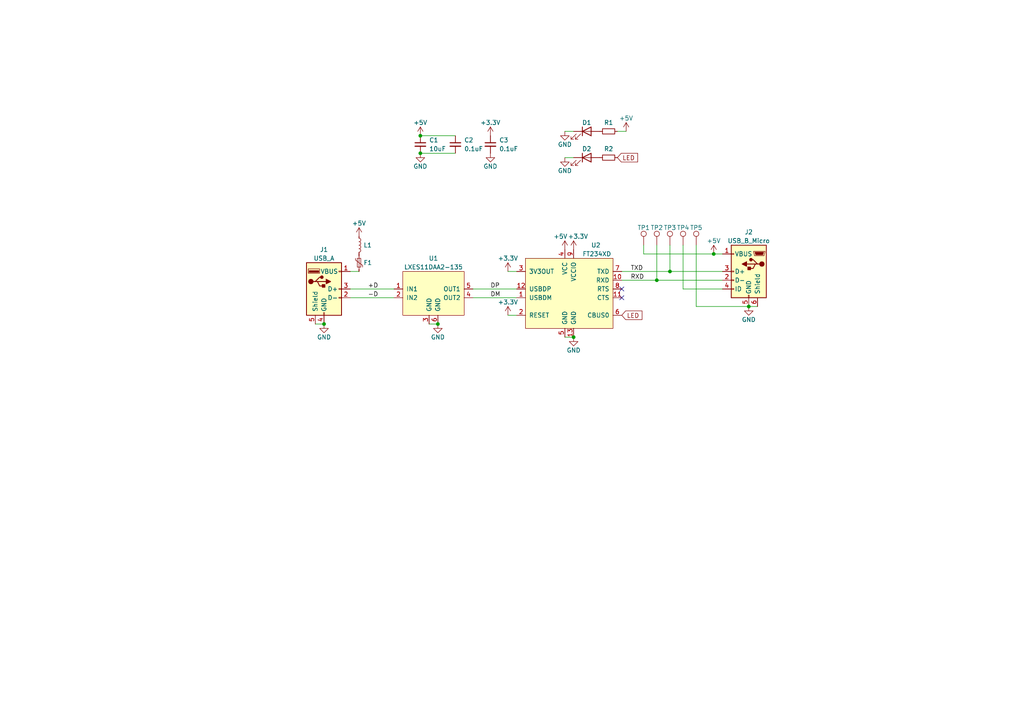
<source format=kicad_sch>
(kicad_sch (version 20211123) (generator eeschema)
  (paper "A4")
  (title_block (title "usbSerial") (date "2022-11-08") (rev "V1.0") (company "https://github.com/KimiakiK"))
  (lib_symbols
    (symbol "Connector:TestPoint" (pin_numbers hide) (pin_names (offset 0.762) hide)
      (property "Reference" "TP" (at 0 6.858 0))
      (property "Value" "TestPoint" (at 0 5.08 0))
      (symbol "TestPoint_0_1"
        (circle (center 0 3.302) (radius 0.762))
      )
      (symbol "TestPoint_1_1"
        (pin passive line (at 0 0 90) (length 2.54) (name "1") (number "1"))
      )
    )
    (symbol "Connector:USB_A" (pin_names (offset 1.016))
      (property "Reference" "J" (at -5.08 11.43 0))
      (property "Value" "USB_A" (at -5.08 8.89 0))
      (symbol "USB_A_0_1"
        (rectangle (start -5.08 -7.62) (end 5.08 7.62) (stroke (width 0.254)) (fill (type background)))
        (circle (center -3.81 2.159) (radius 0.635) (stroke (width 0.254)) (fill (type outline)))
        (rectangle (start -1.524 4.826) (end -4.318 5.334) (fill (type outline)))
        (rectangle (start -1.27 4.572) (end -4.572 5.842))
        (circle (center -0.635 3.429) (radius 0.381) (stroke (width 0.254)) (fill (type outline)))
        (rectangle (start -0.127 -7.62) (end 0.127 -6.858))
        (polyline (pts (xy -3.175 2.159) (xy -2.54 2.159) (xy -1.27 3.429) (xy -0.635 3.429)) (stroke (width 0.254)))
        (polyline (pts (xy -2.54 2.159) (xy -1.905 2.159) (xy -1.27 0.889) (xy 0 0.889)) (stroke (width 0.254)))
        (polyline (pts (xy 0.635 2.794) (xy 0.635 1.524) (xy 1.905 2.159) (xy 0.635 2.794)) (stroke (width 0.254)) (fill (type outline)))
        (rectangle (start 0.254 1.27) (end -0.508 0.508) (stroke (width 0.254)) (fill (type outline)))
        (rectangle (start 5.08 -2.667) (end 4.318 -2.413))
        (rectangle (start 5.08 -0.127) (end 4.318 0.127))
        (rectangle (start 5.08 4.953) (end 4.318 5.207))
      )
      (symbol "USB_A_1_1"
        (polyline (pts (xy -1.905 2.159) (xy 0.635 2.159)) (stroke (width 0.254)))
        (pin power_in line (at 7.62 5.08 180) (length 2.54) (name "VBUS") (number "1"))
        (pin bidirectional line (at 7.62 -2.54 180) (length 2.54) (name "D-") (number "2"))
        (pin bidirectional line (at 7.62 0 180) (length 2.54) (name "D+") (number "3"))
        (pin power_in line (at 0 -10.16 90) (length 2.54) (name "GND") (number "4"))
        (pin passive line (at -2.54 -10.16 90) (length 2.54) (name "Shield") (number "5"))
      )
    )
    (symbol "Connector:USB_B_Micro" (pin_names (offset 1.016))
      (property "Reference" "J" (at -5.08 11.43 0))
      (property "Value" "USB_B_Micro" (at -5.08 8.89 0))
      (symbol "USB_B_Micro_0_1"
        (rectangle (start -5.08 -7.62) (end 5.08 7.62) (stroke (width 0.254)) (fill (type background)))
        (circle (center -3.81 2.159) (radius 0.635) (stroke (width 0.254)) (fill (type outline)))
        (circle (center -0.635 3.429) (radius 0.381) (stroke (width 0.254)) (fill (type outline)))
        (rectangle (start -0.127 -7.62) (end 0.127 -6.858))
        (polyline (pts (xy -1.905 2.159) (xy 0.635 2.159)) (stroke (width 0.254)))
        (polyline (pts (xy -3.175 2.159) (xy -2.54 2.159) (xy -1.27 3.429) (xy -0.635 3.429)) (stroke (width 0.254)))
        (polyline (pts (xy -2.54 2.159) (xy -1.905 2.159) (xy -1.27 0.889) (xy 0 0.889)) (stroke (width 0.254)))
        (polyline (pts (xy 0.635 2.794) (xy 0.635 1.524) (xy 1.905 2.159) (xy 0.635 2.794)) (stroke (width 0.254)) (fill (type outline)))
        (polyline (pts (xy -4.318 5.588) (xy -1.778 5.588) (xy -2.032 4.826) (xy -4.064 4.826) (xy -4.318 5.588)) (fill (type outline)))
        (polyline (pts (xy -4.699 5.842) (xy -4.699 5.588) (xy -4.445 4.826) (xy -4.445 4.572) (xy -1.651 4.572) (xy -1.651 4.826) (xy -1.397 5.588) (xy -1.397 5.842) (xy -4.699 5.842)))
        (rectangle (start 0.254 1.27) (end -0.508 0.508) (stroke (width 0.254)) (fill (type outline)))
        (rectangle (start 5.08 -5.207) (end 4.318 -4.953))
        (rectangle (start 5.08 -2.667) (end 4.318 -2.413))
        (rectangle (start 5.08 -0.127) (end 4.318 0.127))
        (rectangle (start 5.08 4.953) (end 4.318 5.207))
      )
      (symbol "USB_B_Micro_1_1"
        (pin power_out line (at 7.62 5.08 180) (length 2.54) (name "VBUS") (number "1"))
        (pin bidirectional line (at 7.62 -2.54 180) (length 2.54) (name "D-") (number "2"))
        (pin bidirectional line (at 7.62 0 180) (length 2.54) (name "D+") (number "3"))
        (pin passive line (at 7.62 -5.08 180) (length 2.54) (name "ID") (number "4"))
        (pin power_out line (at 0 -10.16 90) (length 2.54) (name "GND") (number "5"))
        (pin passive line (at -2.54 -10.16 90) (length 2.54) (name "Shield") (number "6"))
      )
    )
    (symbol "Device:C_Small" (pin_numbers hide) (pin_names (offset 0.254) hide)
      (property "Reference" "C" (at 0.254 1.778 0))
      (property "Value" "C_Small" (at 0.254 -2.032 0))
      (symbol "C_Small_0_1"
        (polyline (pts (xy -1.524 -0.508) (xy 1.524 -0.508)) (stroke (width 0.3302)))
        (polyline (pts (xy -1.524 0.508) (xy 1.524 0.508)) (stroke (width 0.3048)))
      )
      (symbol "C_Small_1_1"
        (pin passive line (at 0 2.54 270) (length 2.032) (name "~") (number "1"))
        (pin passive line (at 0 -2.54 90) (length 2.032) (name "~") (number "2"))
      )
    )
    (symbol "Device:LED" (pin_numbers hide) (pin_names (offset 1.016) hide)
      (property "Reference" "D" (at 0 2.54 0))
      (property "Value" "LED" (at 0 -2.54 0))
      (symbol "LED_0_1"
        (polyline (pts (xy -1.27 -1.27) (xy -1.27 1.27)) (stroke (width 0.254)))
        (polyline (pts (xy -1.27 0) (xy 1.27 0)))
        (polyline (pts (xy 1.27 -1.27) (xy 1.27 1.27) (xy -1.27 0) (xy 1.27 -1.27)) (stroke (width 0.254)))
        (polyline (pts (xy -3.048 -0.762) (xy -4.572 -2.286) (xy -3.81 -2.286) (xy -4.572 -2.286) (xy -4.572 -1.524)))
        (polyline (pts (xy -1.778 -0.762) (xy -3.302 -2.286) (xy -2.54 -2.286) (xy -3.302 -2.286) (xy -3.302 -1.524)))
      )
      (symbol "LED_1_1"
        (pin passive line (at -3.81 0 0) (length 2.54) (name "K") (number "1"))
        (pin passive line (at 3.81 0 180) (length 2.54) (name "A") (number "2"))
      )
    )
    (symbol "Device:L_Small" (pin_numbers hide) (pin_names (offset 0.254) hide)
      (property "Reference" "L" (at 0.762 1.016 0))
      (property "Value" "L_Small" (at 0.762 -1.016 0))
      (symbol "L_Small_0_1"
        (arc (start 0 -2.032) (mid 0.508 -1.524) (end 0 -1.016))
        (arc (start 0 -1.016) (mid 0.508 -0.508) (end 0 0))
        (arc (start 0 0) (mid 0.508 0.508) (end 0 1.016))
        (arc (start 0 1.016) (mid 0.508 1.524) (end 0 2.032))
      )
      (symbol "L_Small_1_1"
        (pin passive line (at 0 2.54 270) (length 0.508) (name "~") (number "1"))
        (pin passive line (at 0 -2.54 90) (length 0.508) (name "~") (number "2"))
      )
    )
    (symbol "Device:Polyfuse_Small" (pin_numbers hide) (pin_names (offset 0))
      (property "Reference" "F" (at -1.905 0 90))
      (property "Value" "Polyfuse_Small" (at 1.905 0 90))
      (symbol "Polyfuse_Small_0_1"
        (rectangle (start -0.508 1.27) (end 0.508 -1.27))
        (polyline (pts (xy 0 2.54) (xy 0 -2.54)))
        (polyline (pts (xy -1.016 1.27) (xy -1.016 0.762) (xy 1.016 -0.762) (xy 1.016 -1.27)))
      )
      (symbol "Polyfuse_Small_1_1"
        (pin passive line (at 0 2.54 270) (length 0.635) (name "~") (number "1"))
        (pin passive line (at 0 -2.54 90) (length 0.635) (name "~") (number "2"))
      )
    )
    (symbol "Device:R_Small" (pin_numbers hide) (pin_names (offset 0.254) hide)
      (property "Reference" "R" (at 0.762 0.508 0))
      (property "Value" "R_Small" (at 0.762 -1.016 0))
      (symbol "R_Small_0_1"
        (rectangle (start -0.762 1.778) (end 0.762 -1.778) (stroke (width 0.2032)))
      )
      (symbol "R_Small_1_1"
        (pin passive line (at 0 2.54 270) (length 0.762) (name "~") (number "1"))
        (pin passive line (at 0 -2.54 90) (length 0.762) (name "~") (number "2"))
      )
    )
    (symbol "power:+3.3V" (power) (pin_names (offset 0))
      (property "Value" "+3.3V" (at 0 3.556 0))
      (symbol "+3.3V_0_1"
        (polyline (pts (xy -0.762 1.27) (xy 0 2.54)))
        (polyline (pts (xy 0 0) (xy 0 2.54)))
        (polyline (pts (xy 0 2.54) (xy 0.762 1.27)))
      )
      (symbol "+3.3V_1_1"
        (pin power_in line (at 0 0 90) (length 0) hide (name "+3.3V") (number "1"))
      )
    )
    (symbol "power:+5V" (power) (pin_names (offset 0))
      (property "Value" "+5V" (at 0 3.556 0))
      (symbol "+5V_0_1"
        (polyline (pts (xy -0.762 1.27) (xy 0 2.54)))
        (polyline (pts (xy 0 0) (xy 0 2.54)))
        (polyline (pts (xy 0 2.54) (xy 0.762 1.27)))
      )
      (symbol "+5V_1_1"
        (pin power_in line (at 0 0 90) (length 0) hide (name "+5V") (number "1"))
      )
    )
    (symbol "power:GND" (power) (pin_names (offset 0))
      (property "Value" "GND" (at 0 -3.81 0))
      (symbol "GND_0_1"
        (polyline (pts (xy 0 0) (xy 0 -1.27) (xy 1.27 -1.27) (xy 0 -2.54) (xy -1.27 -1.27) (xy 0 -1.27)))
      )
      (symbol "GND_1_1"
        (pin power_in line (at 0 0 270) (length 0) hide (name "GND") (number "1"))
      )
    )
    (symbol "usbSerial:FT234XD" (pin_names (offset 1.016))
      (property "Reference" "U" (at 0 0 0))
      (property "Value" "FT234XD" (at 0 -2.54 0))
      (symbol "FT234XD_0_0"
        (pin passive line (at -15.24 -1.27 0) (length 2.54) (name "USBDM") (number "1"))
        (pin passive line (at 15.24 3.81 180) (length 2.54) (name "RXD") (number "10"))
        (pin passive line (at 15.24 -1.27 180) (length 2.54) (name "CTS") (number "11"))
        (pin passive line (at -15.24 1.27 0) (length 2.54) (name "USBDP") (number "12"))
        (pin power_in line (at 1.27 -12.7 90) (length 2.54) (name "GND") (number "13"))
        (pin passive line (at -15.24 -6.35 0) (length 2.54) (name "RESET") (number "2"))
        (pin power_out line (at -15.24 6.35 0) (length 2.54) (name "3V3OUT") (number "3"))
        (pin power_in line (at -1.27 12.7 270) (length 2.54) (name "VCC") (number "4"))
        (pin power_in line (at -1.27 -12.7 90) (length 2.54) (name "GND") (number "5"))
        (pin passive line (at 15.24 -6.35 180) (length 2.54) (name "CBUS0") (number "6"))
        (pin passive line (at 15.24 6.35 180) (length 2.54) (name "TXD") (number "7"))
        (pin passive line (at 15.24 1.27 180) (length 2.54) (name "RTS") (number "8"))
        (pin power_in line (at 1.27 12.7 270) (length 2.54) (name "VCCIO") (number "9"))
      )
      (symbol "FT234XD_0_1"
        (rectangle (start -12.7 10.16) (end 12.7 -10.16) (fill (type background)))
      )
    )
    (symbol "usbSerial:LXES11DAA2-135" (pin_names (offset 1.016))
      (property "Reference" "U" (at 0 0 0))
      (property "Value" "LXES11DAA2-135" (at 0 7.62 0))
      (symbol "LXES11DAA2-135_0_0"
        (pin passive line (at -11.43 1.27 0) (length 2.54) (name "IN1") (number "1"))
        (pin passive line (at -11.43 -1.27 0) (length 2.54) (name "IN2") (number "2"))
        (pin power_in line (at -1.27 -8.89 90) (length 2.54) (name "GND") (number "3"))
        (pin passive line (at 11.43 -1.27 180) (length 2.54) (name "OUT2") (number "4"))
        (pin passive line (at 11.43 1.27 180) (length 2.54) (name "OUT1") (number "5"))
        (pin power_in line (at 1.27 -8.89 90) (length 2.54) (name "GND") (number "6"))
      )
      (symbol "LXES11DAA2-135_0_1"
        (rectangle (start -8.89 6.35) (end 8.89 -6.35) (fill (type background)))
      )
    )
  )
  (junction (at 190.5 81.28))
  (junction (at 194.31 78.74))
  (junction (at 127 93.98))
  (junction (at 217.17 88.9))
  (junction (at 121.92 44.45))
  (junction (at 166.37 97.79))
  (junction (at 121.92 39.37))
  (junction (at 93.98 93.98))
  (junction (at 207.01 73.66))
  (no_connect (at 180.34 86.36))
  (no_connect (at 180.34 83.82))
  (wire (pts (xy 137.16 86.36) (xy 149.86 86.36)))
  (wire (pts (xy 137.16 83.82) (xy 149.86 83.82)))
  (wire (pts (xy 201.93 88.9) (xy 217.17 88.9)))
  (wire (pts (xy 180.34 81.28) (xy 190.5 81.28)))
  (wire (pts (xy 217.17 88.9) (xy 219.71 88.9)))
  (wire (pts (xy 194.31 78.74) (xy 209.55 78.74)))
  (wire (pts (xy 198.12 71.12) (xy 198.12 83.82)))
  (wire (pts (xy 190.5 81.28) (xy 209.55 81.28)))
  (wire (pts (xy 180.34 78.74) (xy 194.31 78.74)))
  (wire (pts (xy 198.12 83.82) (xy 209.55 83.82)))
  (wire (pts (xy 163.83 97.79) (xy 166.37 97.79)))
  (wire (pts (xy 163.83 38.1) (xy 166.37 38.1)))
  (wire (pts (xy 190.5 71.12) (xy 190.5 81.28)))
  (wire (pts (xy 101.6 78.74) (xy 104.14 78.74)))
  (wire (pts (xy 186.69 73.66) (xy 207.01 73.66)))
  (wire (pts (xy 101.6 83.82) (xy 114.3 83.82)))
  (wire (pts (xy 201.93 71.12) (xy 201.93 88.9)))
  (wire (pts (xy 121.92 44.45) (xy 132.08 44.45)))
  (wire (pts (xy 179.07 38.1) (xy 181.61 38.1)))
  (wire (pts (xy 207.01 73.66) (xy 209.55 73.66)))
  (wire (pts (xy 186.69 71.12) (xy 186.69 73.66)))
  (wire (pts (xy 121.92 39.37) (xy 132.08 39.37)))
  (wire (pts (xy 147.32 91.44) (xy 149.86 91.44)))
  (wire (pts (xy 147.32 78.74) (xy 149.86 78.74)))
  (wire (pts (xy 91.44 93.98) (xy 93.98 93.98)))
  (wire (pts (xy 194.31 71.12) (xy 194.31 78.74)))
  (wire (pts (xy 163.83 45.72) (xy 166.37 45.72)))
  (wire (pts (xy 124.46 93.98) (xy 127 93.98)))
  (wire (pts (xy 101.6 86.36) (xy 114.3 86.36)))
  (label "DM" (at 142.24 86.36 0))
  (label "DP" (at 142.24 83.82 0))
  (label "-D" (at 106.68 86.36 0))
  (label "TXD" (at 182.88 78.74 0))
  (label "RXD" (at 182.88 81.28 0))
  (label "+D" (at 106.68 83.82 0))
  (global_label "LED" (shape input) (at 180.34 91.44 0) (property "シート間のリファレンス" "${INTERSHEET_REFS}" (effects hide)))
  (global_label "LED" (shape input) (at 179.07 45.72 0) (property "シート間のリファレンス" "${INTERSHEET_REFS}" (effects hide)))
  (symbol (lib_id "power:GND") (at 127 93.98 0) (unit 1)
    (property "Reference" "#PWR05" (effects hide))
    (property "Value" "GND" (at 127 97.79 0))
  )
  (symbol (lib_id "Device:LED") (at 170.18 38.1 0) (unit 1)
    (property "Reference" "D1" (at 170.18 35.56 0))
    (property "Value" "LED" (effects hide))
    (property "Footprint" "usbSerial:1608Metric" (effects hide))
  )
  (symbol (lib_id "Connector:TestPoint") (at 194.31 71.12 0) (unit 1)
    (property "Reference" "TP3" (at 194.31 66.04 0))
    (property "Value" "TestPoint" (effects hide))
    (property "Footprint" "usbSerial:TestPoint_THTPad_D1.5mm_Drill0.9mm" (effects hide))
  )
  (symbol (lib_id "Connector:USB_B_Micro") (at 217.17 78.74 0) (mirror y) (unit 1)
    (property "Reference" "J2" (at 217.17 67.31 0))
    (property "Value" "USB_B_Micro" (at 217.17 69.85 0))
    (property "Footprint" "usbSerial:USB MicroB ZX62-B-5PA" (effects hide))
  )
  (symbol (lib_id "power:+5V") (at 121.92 39.37 0) (unit 1)
    (property "Reference" "#PWR03" (effects hide))
    (property "Value" "+5V" (at 121.92 35.56 0))
  )
  (symbol (lib_id "Device:R_Small") (at 176.53 45.72 90) (unit 1)
    (property "Reference" "R2" (at 176.53 43.18 90))
    (property "Value" "R" (effects hide))
    (property "Footprint" "usbSerial:1608Metric" (effects hide))
  )
  (symbol (lib_id "usbSerial:LXES11DAA2-135") (at 125.73 85.09 0) (unit 1)
    (property "Reference" "U1" (at 125.73 74.93 0))
    (property "Value" "LXES11DAA2-135" (at 125.73 77.47 0))
    (property "Footprint" "usbSerial:LXES11D" (effects hide))
  )
  (symbol (lib_id "Device:L_Small") (at 104.14 71.12 0) (unit 1)
    (property "Reference" "L1" (at 105.41 71.12 0) (effects (justify left)))
    (property "Value" "L" (effects hide))
    (property "Footprint" "usbSerial:1608Metric" (effects hide))
  )
  (symbol (lib_id "power:GND") (at 163.83 38.1 0) (unit 1)
    (property "Reference" "#PWR010" (effects hide))
    (property "Value" "GND" (at 163.83 41.91 0))
  )
  (symbol (lib_id "power:GND") (at 217.17 88.9 0) (unit 1)
    (property "Reference" "#PWR017" (effects hide))
    (property "Value" "GND" (at 217.17 92.71 0))
  )
  (symbol (lib_id "power:+5V") (at 104.14 68.58 0) (unit 1)
    (property "Reference" "#PWR02" (effects hide))
    (property "Value" "+5V" (at 104.14 64.77 0))
  )
  (symbol (lib_id "Connector:USB_A") (at 93.98 83.82 0) (unit 1)
    (property "Reference" "J1" (at 93.98 72.39 0))
    (property "Value" "USB_A" (at 93.98 74.93 0))
    (property "Footprint" "usbSerial:USB Type-A" (effects hide))
    (property "Datasheet" " ~" (effects hide))
  )
  (symbol (lib_id "power:+5V") (at 207.01 73.66 0) (unit 1)
    (property "Reference" "#PWR016" (effects hide))
    (property "Value" "+5V" (at 207.01 69.85 0))
  )
  (symbol (lib_id "Device:LED") (at 170.18 45.72 0) (unit 1)
    (property "Reference" "D2" (at 170.18 43.18 0))
    (property "Value" "LED" (effects hide))
    (property "Footprint" "usbSerial:1608Metric" (effects hide))
  )
  (symbol (lib_id "power:GND") (at 166.37 97.79 0) (unit 1)
    (property "Reference" "#PWR014" (effects hide))
    (property "Value" "GND" (at 166.37 101.6 0))
  )
  (symbol (lib_id "usbSerial:FT234XD") (at 165.1 85.09 0) (unit 1)
    (property "Reference" "U2" (at 171.45 71.12 0) (effects (justify left)))
    (property "Value" "FT234XD" (at 168.91 73.66 0) (effects (justify left)))
    (property "Footprint" "usbSerial:DFN-12-1EP_3x3mm_P0.45mm_EP1.66x2.38mm" (effects hide))
  )
  (symbol (lib_id "power:GND") (at 163.83 45.72 0) (unit 1)
    (property "Reference" "#PWR011" (effects hide))
    (property "Value" "GND" (at 163.83 49.53 0))
  )
  (symbol (lib_id "power:+3.3V") (at 142.24 39.37 0) (unit 1)
    (property "Reference" "#PWR06" (effects hide))
    (property "Value" "+3.3V" (at 142.24 35.56 0))
  )
  (symbol (lib_id "Connector:TestPoint") (at 201.93 71.12 0) (unit 1)
    (property "Reference" "TP5" (at 201.93 66.04 0))
    (property "Value" "TestPoint" (effects hide))
    (property "Footprint" "usbSerial:TestPoint_THTPad_D1.5mm_Drill0.9mm" (effects hide))
  )
  (symbol (lib_id "Device:C_Small") (at 132.08 41.91 0) (unit 1)
    (property "Reference" "C2" (at 134.62 40.64 0) (effects (justify left)))
    (property "Value" "0.1uF" (at 134.62 43.18 0) (effects (justify left)))
    (property "Footprint" "usbSerial:1608Metric" (effects hide))
  )
  (symbol (lib_id "power:GND") (at 142.24 44.45 0) (unit 1)
    (property "Reference" "#PWR07" (effects hide))
    (property "Value" "GND" (at 142.24 48.26 0))
  )
  (symbol (lib_id "power:+5V") (at 181.61 38.1 0) (unit 1)
    (property "Reference" "#PWR015" (effects hide))
    (property "Value" "+5V" (at 181.61 34.29 0))
  )
  (symbol (lib_id "Connector:TestPoint") (at 198.12 71.12 0) (unit 1)
    (property "Reference" "TP4" (at 198.12 66.04 0))
    (property "Value" "TestPoint" (effects hide))
    (property "Footprint" "usbSerial:TestPoint_THTPad_D1.5mm_Drill0.9mm" (effects hide))
  )
  (symbol (lib_id "power:+3.3V") (at 147.32 91.44 0) (unit 1)
    (property "Reference" "#PWR09" (effects hide))
    (property "Value" "+3.3V" (at 147.32 87.63 0))
  )
  (symbol (lib_id "Device:R_Small") (at 176.53 38.1 90) (unit 1)
    (property "Reference" "R1" (at 176.53 35.56 90))
    (property "Value" "R" (effects hide))
    (property "Footprint" "usbSerial:1608Metric" (effects hide))
  )
  (symbol (lib_id "power:GND") (at 121.92 44.45 0) (unit 1)
    (property "Reference" "#PWR04" (effects hide))
    (property "Value" "GND" (at 121.92 48.26 0))
  )
  (symbol (lib_id "power:GND") (at 93.98 93.98 0) (unit 1)
    (property "Reference" "#PWR01" (effects hide))
    (property "Value" "GND" (at 93.98 97.79 0))
  )
  (symbol (lib_id "Device:C_Small") (at 142.24 41.91 0) (unit 1)
    (property "Reference" "C3" (at 144.78 40.64 0) (effects (justify left)))
    (property "Value" "0.1uF" (at 144.78 43.18 0) (effects (justify left)))
    (property "Footprint" "usbSerial:1608Metric" (effects hide))
  )
  (symbol (lib_id "power:+5V") (at 163.83 72.39 0) (unit 1)
    (property "Reference" "#PWR012" (effects hide))
    (property "Value" "+5V" (at 162.56 68.58 0))
  )
  (symbol (lib_id "Device:Polyfuse_Small") (at 104.14 76.2 0) (unit 1)
    (property "Reference" "F1" (at 105.41 76.2 0) (effects (justify left)))
    (property "Value" "Polyfuse" (effects hide))
    (property "Footprint" "usbSerial:1608Metric" (effects hide))
  )
  (symbol (lib_id "power:+3.3V") (at 147.32 78.74 0) (unit 1)
    (property "Reference" "#PWR08" (effects hide))
    (property "Value" "+3.3V" (at 147.32 74.93 0))
  )
  (symbol (lib_id "Connector:TestPoint") (at 190.5 71.12 0) (unit 1)
    (property "Reference" "TP2" (at 190.5 66.04 0))
    (property "Value" "TestPoint" (effects hide))
    (property "Footprint" "usbSerial:TestPoint_THTPad_D1.5mm_Drill0.9mm" (effects hide))
  )
  (symbol (lib_id "Device:C_Small") (at 121.92 41.91 0) (unit 1)
    (property "Reference" "C1" (at 124.46 40.64 0) (effects (justify left)))
    (property "Value" "10uF" (at 124.46 43.18 0) (effects (justify left)))
    (property "Footprint" "usbSerial:1608Metric" (effects hide))
  )
  (symbol (lib_id "Connector:TestPoint") (at 186.69 71.12 0) (unit 1)
    (property "Reference" "TP1" (at 186.69 66.04 0))
    (property "Value" "TestPoint" (effects hide))
    (property "Footprint" "usbSerial:TestPoint_THTPad_D1.5mm_Drill0.9mm" (effects hide))
  )
  (symbol (lib_id "power:+3.3V") (at 166.37 72.39 0) (unit 1)
    (property "Reference" "#PWR013" (effects hide))
    (property "Value" "+3.3V" (at 167.64 68.58 0))
  )
)
</source>
